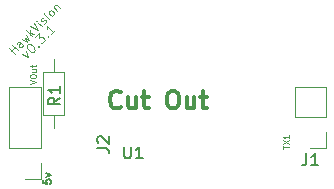
<source format=gbr>
G04 #@! TF.GenerationSoftware,KiCad,Pcbnew,(5.0.0-3-g5ebb6b6)*
G04 #@! TF.CreationDate,2018-09-07T23:46:28-06:00*
G04 #@! TF.ProjectId,Hak5-unify,48616B352D756E6966792E6B69636164,rev?*
G04 #@! TF.SameCoordinates,Original*
G04 #@! TF.FileFunction,Legend,Top*
G04 #@! TF.FilePolarity,Positive*
%FSLAX46Y46*%
G04 Gerber Fmt 4.6, Leading zero omitted, Abs format (unit mm)*
G04 Created by KiCad (PCBNEW (5.0.0-3-g5ebb6b6)) date Friday, September 07, 2018 at 11:46:28 PM*
%MOMM*%
%LPD*%
G01*
G04 APERTURE LIST*
%ADD10C,0.300000*%
%ADD11C,0.125000*%
%ADD12C,0.162500*%
%ADD13C,0.120000*%
%ADD14C,0.150000*%
G04 APERTURE END LIST*
D10*
X109692857Y-91435714D02*
X109621428Y-91507142D01*
X109407142Y-91578571D01*
X109264285Y-91578571D01*
X109050000Y-91507142D01*
X108907142Y-91364285D01*
X108835714Y-91221428D01*
X108764285Y-90935714D01*
X108764285Y-90721428D01*
X108835714Y-90435714D01*
X108907142Y-90292857D01*
X109050000Y-90150000D01*
X109264285Y-90078571D01*
X109407142Y-90078571D01*
X109621428Y-90150000D01*
X109692857Y-90221428D01*
X110978571Y-90578571D02*
X110978571Y-91578571D01*
X110335714Y-90578571D02*
X110335714Y-91364285D01*
X110407142Y-91507142D01*
X110550000Y-91578571D01*
X110764285Y-91578571D01*
X110907142Y-91507142D01*
X110978571Y-91435714D01*
X111478571Y-90578571D02*
X112050000Y-90578571D01*
X111692857Y-90078571D02*
X111692857Y-91364285D01*
X111764285Y-91507142D01*
X111907142Y-91578571D01*
X112050000Y-91578571D01*
X113978571Y-90078571D02*
X114264285Y-90078571D01*
X114407142Y-90150000D01*
X114550000Y-90292857D01*
X114621428Y-90578571D01*
X114621428Y-91078571D01*
X114550000Y-91364285D01*
X114407142Y-91507142D01*
X114264285Y-91578571D01*
X113978571Y-91578571D01*
X113835714Y-91507142D01*
X113692857Y-91364285D01*
X113621428Y-91078571D01*
X113621428Y-90578571D01*
X113692857Y-90292857D01*
X113835714Y-90150000D01*
X113978571Y-90078571D01*
X115907142Y-90578571D02*
X115907142Y-91578571D01*
X115264285Y-90578571D02*
X115264285Y-91364285D01*
X115335714Y-91507142D01*
X115478571Y-91578571D01*
X115692857Y-91578571D01*
X115835714Y-91507142D01*
X115907142Y-91435714D01*
X116407142Y-90578571D02*
X116978571Y-90578571D01*
X116621428Y-90078571D02*
X116621428Y-91364285D01*
X116692857Y-91507142D01*
X116835714Y-91578571D01*
X116978571Y-91578571D01*
D11*
X123426190Y-95019047D02*
X123426190Y-94733333D01*
X123926190Y-94876190D02*
X123426190Y-94876190D01*
X123426190Y-94614285D02*
X123926190Y-94280952D01*
X123426190Y-94280952D02*
X123926190Y-94614285D01*
X123926190Y-93828571D02*
X123926190Y-94114285D01*
X123926190Y-93971428D02*
X123426190Y-93971428D01*
X123497619Y-94019047D01*
X123545238Y-94066666D01*
X123569047Y-94114285D01*
X102026190Y-89497619D02*
X102526190Y-89330952D01*
X102026190Y-89164285D01*
X102026190Y-88902380D02*
X102026190Y-88807142D01*
X102050000Y-88759523D01*
X102097619Y-88711904D01*
X102192857Y-88688095D01*
X102359523Y-88688095D01*
X102454761Y-88711904D01*
X102502380Y-88759523D01*
X102526190Y-88807142D01*
X102526190Y-88902380D01*
X102502380Y-88950000D01*
X102454761Y-88997619D01*
X102359523Y-89021428D01*
X102192857Y-89021428D01*
X102097619Y-88997619D01*
X102050000Y-88950000D01*
X102026190Y-88902380D01*
X102192857Y-88259523D02*
X102526190Y-88259523D01*
X102192857Y-88473809D02*
X102454761Y-88473809D01*
X102502380Y-88450000D01*
X102526190Y-88402380D01*
X102526190Y-88330952D01*
X102502380Y-88283333D01*
X102478571Y-88259523D01*
X102192857Y-88092857D02*
X102192857Y-87902380D01*
X102026190Y-88021428D02*
X102454761Y-88021428D01*
X102502380Y-87997619D01*
X102526190Y-87950000D01*
X102526190Y-87902380D01*
D12*
X103144047Y-97592857D02*
X103144047Y-97902380D01*
X103453571Y-97933333D01*
X103422619Y-97902380D01*
X103391666Y-97840476D01*
X103391666Y-97685714D01*
X103422619Y-97623809D01*
X103453571Y-97592857D01*
X103515476Y-97561904D01*
X103670238Y-97561904D01*
X103732142Y-97592857D01*
X103763095Y-97623809D01*
X103794047Y-97685714D01*
X103794047Y-97840476D01*
X103763095Y-97902380D01*
X103732142Y-97933333D01*
X103360714Y-97345238D02*
X103794047Y-97190476D01*
X103360714Y-97035714D01*
D11*
X101366598Y-86990964D02*
X101878409Y-87233401D01*
X101635972Y-86721590D01*
X101770659Y-86209780D02*
X101824534Y-86155905D01*
X101905346Y-86128967D01*
X101959221Y-86128967D01*
X102040033Y-86155905D01*
X102174720Y-86236717D01*
X102309407Y-86371404D01*
X102390219Y-86506091D01*
X102417157Y-86586903D01*
X102417157Y-86640778D01*
X102390219Y-86721590D01*
X102336345Y-86775465D01*
X102255532Y-86802402D01*
X102201658Y-86802402D01*
X102120845Y-86775465D01*
X101986158Y-86694653D01*
X101851471Y-86559966D01*
X101770659Y-86425279D01*
X101743722Y-86344467D01*
X101743722Y-86290592D01*
X101770659Y-86209780D01*
X102713468Y-86290592D02*
X102767343Y-86290592D01*
X102767343Y-86344467D01*
X102713468Y-86344467D01*
X102713468Y-86290592D01*
X102767343Y-86344467D01*
X102417157Y-85563282D02*
X102767343Y-85213096D01*
X102794280Y-85617157D01*
X102875093Y-85536345D01*
X102955905Y-85509407D01*
X103009780Y-85509407D01*
X103090592Y-85536345D01*
X103225279Y-85671032D01*
X103252216Y-85751844D01*
X103252216Y-85805719D01*
X103225279Y-85886531D01*
X103063654Y-86048155D01*
X102982842Y-86075093D01*
X102928967Y-86075093D01*
X103521590Y-85482470D02*
X103575465Y-85482470D01*
X103575465Y-85536345D01*
X103521590Y-85536345D01*
X103521590Y-85482470D01*
X103575465Y-85536345D01*
X104141150Y-84970659D02*
X103817902Y-85293908D01*
X103979526Y-85132284D02*
X103413841Y-84566598D01*
X103440778Y-84701285D01*
X103440778Y-84809035D01*
X103413841Y-84889847D01*
X100702943Y-86944890D02*
X100207968Y-86449915D01*
X100443671Y-86685618D02*
X100726513Y-86402775D01*
X100985786Y-86662047D02*
X100490811Y-86167073D01*
X101433620Y-86214213D02*
X101174348Y-85954941D01*
X101103637Y-85931370D01*
X101032926Y-85954941D01*
X100938645Y-86049221D01*
X100915075Y-86119932D01*
X101410050Y-86190643D02*
X101386480Y-86261354D01*
X101268629Y-86379205D01*
X101197918Y-86402775D01*
X101127207Y-86379205D01*
X101080067Y-86332064D01*
X101056497Y-86261354D01*
X101080067Y-86190643D01*
X101197918Y-86072792D01*
X101221488Y-86002081D01*
X101292199Y-85695668D02*
X101716463Y-85931370D01*
X101575042Y-85601387D01*
X101905025Y-85742809D01*
X101669322Y-85318544D01*
X102187867Y-85459966D02*
X101692893Y-84964991D01*
X102046446Y-85224264D02*
X102376429Y-85271404D01*
X102046446Y-84941421D02*
X102046446Y-85318544D01*
X102022876Y-84635008D02*
X102682842Y-84964991D01*
X102352859Y-84305025D01*
X103012825Y-84635008D02*
X102682842Y-84305025D01*
X102517851Y-84140033D02*
X102517851Y-84187174D01*
X102564991Y-84187174D01*
X102564991Y-84140033D01*
X102517851Y-84140033D01*
X102564991Y-84187174D01*
X103201387Y-84399306D02*
X103272098Y-84375735D01*
X103366379Y-84281455D01*
X103389949Y-84210744D01*
X103366379Y-84140033D01*
X103342809Y-84116463D01*
X103272098Y-84092893D01*
X103201387Y-84116463D01*
X103130677Y-84187174D01*
X103059966Y-84210744D01*
X102989255Y-84187174D01*
X102965685Y-84163603D01*
X102942115Y-84092893D01*
X102965685Y-84022182D01*
X103036396Y-83951471D01*
X103107106Y-83927901D01*
X103649221Y-83998612D02*
X103319238Y-83668629D01*
X103154247Y-83503637D02*
X103154247Y-83550778D01*
X103201387Y-83550778D01*
X103201387Y-83503637D01*
X103154247Y-83503637D01*
X103201387Y-83550778D01*
X103955634Y-83692199D02*
X103884924Y-83715769D01*
X103837783Y-83715769D01*
X103767073Y-83692199D01*
X103625651Y-83550778D01*
X103602081Y-83480067D01*
X103602081Y-83432926D01*
X103625651Y-83362216D01*
X103696362Y-83291505D01*
X103767073Y-83267935D01*
X103814213Y-83267935D01*
X103884924Y-83291505D01*
X104026345Y-83432926D01*
X104049915Y-83503637D01*
X104049915Y-83550778D01*
X104026345Y-83621488D01*
X103955634Y-83692199D01*
X104002775Y-82985092D02*
X104332758Y-83315075D01*
X104049915Y-83032233D02*
X104049915Y-82985092D01*
X104073486Y-82914381D01*
X104144196Y-82843671D01*
X104214907Y-82820101D01*
X104285618Y-82843671D01*
X104544890Y-83102943D01*
D13*
G04 #@! TO.C,J2*
X102930000Y-97530000D02*
X101600000Y-97530000D01*
X102930000Y-96200000D02*
X102930000Y-97530000D01*
X102930000Y-94930000D02*
X100270000Y-94930000D01*
X100270000Y-94930000D02*
X100270000Y-89790000D01*
X102930000Y-94930000D02*
X102930000Y-89790000D01*
X102930000Y-89790000D02*
X100270000Y-89790000D01*
G04 #@! TO.C,R1*
X104860000Y-88450000D02*
X103140000Y-88450000D01*
X103140000Y-88450000D02*
X103140000Y-92170000D01*
X103140000Y-92170000D02*
X104860000Y-92170000D01*
X104860000Y-92170000D02*
X104860000Y-88450000D01*
X104000000Y-87380000D02*
X104000000Y-88450000D01*
X104000000Y-93240000D02*
X104000000Y-92170000D01*
G04 #@! TO.C,J1*
X127070000Y-89730000D02*
X124410000Y-89730000D01*
X127070000Y-92330000D02*
X127070000Y-89730000D01*
X124410000Y-92330000D02*
X124410000Y-89730000D01*
X127070000Y-92330000D02*
X124410000Y-92330000D01*
X127070000Y-93600000D02*
X127070000Y-94930000D01*
X127070000Y-94930000D02*
X125740000Y-94930000D01*
G04 #@! TO.C,U1*
D14*
X109988095Y-94802380D02*
X109988095Y-95611904D01*
X110035714Y-95707142D01*
X110083333Y-95754761D01*
X110178571Y-95802380D01*
X110369047Y-95802380D01*
X110464285Y-95754761D01*
X110511904Y-95707142D01*
X110559523Y-95611904D01*
X110559523Y-94802380D01*
X111559523Y-95802380D02*
X110988095Y-95802380D01*
X111273809Y-95802380D02*
X111273809Y-94802380D01*
X111178571Y-94945238D01*
X111083333Y-95040476D01*
X110988095Y-95088095D01*
G04 #@! TO.C,J2*
X107702380Y-94933333D02*
X108416666Y-94933333D01*
X108559523Y-94980952D01*
X108654761Y-95076190D01*
X108702380Y-95219047D01*
X108702380Y-95314285D01*
X107797619Y-94504761D02*
X107750000Y-94457142D01*
X107702380Y-94361904D01*
X107702380Y-94123809D01*
X107750000Y-94028571D01*
X107797619Y-93980952D01*
X107892857Y-93933333D01*
X107988095Y-93933333D01*
X108130952Y-93980952D01*
X108702380Y-94552380D01*
X108702380Y-93933333D01*
G04 #@! TO.C,R1*
X104552380Y-90666666D02*
X104076190Y-91000000D01*
X104552380Y-91238095D02*
X103552380Y-91238095D01*
X103552380Y-90857142D01*
X103600000Y-90761904D01*
X103647619Y-90714285D01*
X103742857Y-90666666D01*
X103885714Y-90666666D01*
X103980952Y-90714285D01*
X104028571Y-90761904D01*
X104076190Y-90857142D01*
X104076190Y-91238095D01*
X104552380Y-89714285D02*
X104552380Y-90285714D01*
X104552380Y-90000000D02*
X103552380Y-90000000D01*
X103695238Y-90095238D01*
X103790476Y-90190476D01*
X103838095Y-90285714D01*
G04 #@! TO.C,J1*
X125406666Y-95382380D02*
X125406666Y-96096666D01*
X125359047Y-96239523D01*
X125263809Y-96334761D01*
X125120952Y-96382380D01*
X125025714Y-96382380D01*
X126406666Y-96382380D02*
X125835238Y-96382380D01*
X126120952Y-96382380D02*
X126120952Y-95382380D01*
X126025714Y-95525238D01*
X125930476Y-95620476D01*
X125835238Y-95668095D01*
G04 #@! TD*
M02*

</source>
